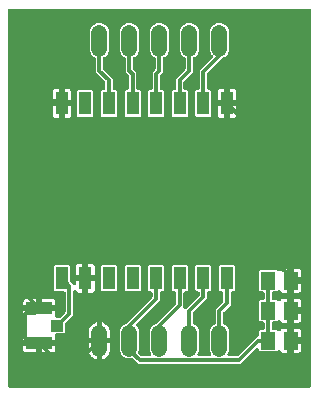
<source format=gbr>
G04 EAGLE Gerber RS-274X export*
G75*
%MOMM*%
%FSLAX34Y34*%
%LPD*%
%INTop Copper*%
%IPPOS*%
%AMOC8*
5,1,8,0,0,1.08239X$1,22.5*%
G01*
%ADD10R,1.300000X1.500000*%
%ADD11R,1.050000X1.000000*%
%ADD12R,2.200000X1.050000*%
%ADD13R,1.050000X1.950000*%
%ADD14C,1.320800*%
%ADD15C,0.304800*%

G36*
X266726Y379480D02*
X266726Y379480D01*
X266752Y379478D01*
X266899Y379500D01*
X267046Y379517D01*
X267071Y379525D01*
X267097Y379529D01*
X267235Y379584D01*
X267374Y379634D01*
X267396Y379648D01*
X267421Y379658D01*
X267542Y379743D01*
X267667Y379823D01*
X267685Y379842D01*
X267707Y379857D01*
X267806Y379967D01*
X267909Y380074D01*
X267923Y380096D01*
X267940Y380116D01*
X268012Y380246D01*
X268088Y380373D01*
X268096Y380398D01*
X268109Y380421D01*
X268149Y380564D01*
X268194Y380705D01*
X268196Y380731D01*
X268204Y380756D01*
X268223Y381000D01*
X268223Y698500D01*
X268220Y698526D01*
X268222Y698552D01*
X268200Y698699D01*
X268183Y698846D01*
X268175Y698871D01*
X268171Y698897D01*
X268116Y699035D01*
X268066Y699174D01*
X268052Y699196D01*
X268042Y699221D01*
X267957Y699342D01*
X267877Y699467D01*
X267858Y699485D01*
X267843Y699507D01*
X267733Y699606D01*
X267626Y699709D01*
X267604Y699723D01*
X267584Y699740D01*
X267454Y699812D01*
X267327Y699888D01*
X267302Y699896D01*
X267279Y699909D01*
X267136Y699949D01*
X266995Y699994D01*
X266969Y699996D01*
X266944Y700004D01*
X266700Y700023D01*
X12700Y700023D01*
X12674Y700020D01*
X12648Y700022D01*
X12501Y700000D01*
X12354Y699983D01*
X12329Y699975D01*
X12303Y699971D01*
X12165Y699916D01*
X12026Y699866D01*
X12004Y699852D01*
X11979Y699842D01*
X11858Y699757D01*
X11733Y699677D01*
X11715Y699658D01*
X11693Y699643D01*
X11594Y699533D01*
X11491Y699426D01*
X11477Y699404D01*
X11460Y699384D01*
X11388Y699254D01*
X11312Y699127D01*
X11304Y699102D01*
X11291Y699079D01*
X11251Y698936D01*
X11206Y698795D01*
X11204Y698769D01*
X11196Y698744D01*
X11177Y698500D01*
X11177Y381000D01*
X11180Y380974D01*
X11178Y380948D01*
X11200Y380801D01*
X11217Y380654D01*
X11225Y380629D01*
X11229Y380603D01*
X11284Y380465D01*
X11334Y380326D01*
X11348Y380304D01*
X11358Y380279D01*
X11443Y380158D01*
X11523Y380033D01*
X11542Y380015D01*
X11557Y379993D01*
X11667Y379894D01*
X11774Y379791D01*
X11796Y379777D01*
X11816Y379760D01*
X11946Y379688D01*
X12073Y379612D01*
X12098Y379604D01*
X12121Y379591D01*
X12264Y379551D01*
X12405Y379506D01*
X12431Y379504D01*
X12456Y379496D01*
X12700Y379477D01*
X266700Y379477D01*
X266726Y379480D01*
G37*
%LPC*%
G36*
X121739Y399795D02*
X121739Y399795D01*
X119507Y402027D01*
X117521Y404014D01*
X117461Y404061D01*
X117407Y404116D01*
X117325Y404169D01*
X117248Y404230D01*
X117179Y404263D01*
X117114Y404304D01*
X117022Y404337D01*
X116933Y404379D01*
X116858Y404395D01*
X116786Y404421D01*
X116688Y404432D01*
X116592Y404453D01*
X116516Y404451D01*
X116439Y404460D01*
X116342Y404448D01*
X116243Y404447D01*
X116169Y404428D01*
X116093Y404419D01*
X115951Y404373D01*
X115928Y404367D01*
X112683Y404367D01*
X109695Y405605D01*
X107409Y407891D01*
X106171Y410879D01*
X106171Y427321D01*
X107409Y430309D01*
X109695Y432595D01*
X111273Y433249D01*
X111275Y433250D01*
X111277Y433250D01*
X111427Y433334D01*
X111578Y433418D01*
X111579Y433419D01*
X111581Y433420D01*
X111767Y433579D01*
X133505Y455317D01*
X133584Y455416D01*
X133668Y455510D01*
X133692Y455552D01*
X133722Y455590D01*
X133776Y455704D01*
X133837Y455815D01*
X133850Y455861D01*
X133871Y455905D01*
X133897Y456028D01*
X133932Y456150D01*
X133937Y456211D01*
X133944Y456246D01*
X133943Y456294D01*
X133951Y456394D01*
X133951Y459302D01*
X133948Y459328D01*
X133950Y459354D01*
X133928Y459501D01*
X133911Y459648D01*
X133903Y459673D01*
X133899Y459699D01*
X133844Y459837D01*
X133794Y459976D01*
X133780Y459998D01*
X133770Y460023D01*
X133685Y460144D01*
X133605Y460269D01*
X133586Y460287D01*
X133571Y460309D01*
X133461Y460408D01*
X133354Y460511D01*
X133332Y460525D01*
X133312Y460542D01*
X133183Y460614D01*
X133055Y460690D01*
X133030Y460698D01*
X133007Y460711D01*
X132864Y460751D01*
X132723Y460796D01*
X132697Y460798D01*
X132672Y460806D01*
X132428Y460825D01*
X131118Y460825D01*
X130225Y461718D01*
X130225Y482482D01*
X131118Y483375D01*
X142882Y483375D01*
X143775Y482482D01*
X143775Y461718D01*
X142882Y460825D01*
X141572Y460825D01*
X141546Y460822D01*
X141520Y460824D01*
X141373Y460802D01*
X141226Y460785D01*
X141201Y460777D01*
X141175Y460773D01*
X141037Y460718D01*
X140898Y460668D01*
X140876Y460654D01*
X140851Y460644D01*
X140730Y460559D01*
X140605Y460479D01*
X140587Y460460D01*
X140565Y460445D01*
X140466Y460335D01*
X140363Y460228D01*
X140349Y460206D01*
X140332Y460186D01*
X140260Y460056D01*
X140184Y459929D01*
X140176Y459904D01*
X140163Y459881D01*
X140123Y459738D01*
X140078Y459597D01*
X140076Y459571D01*
X140068Y459546D01*
X140049Y459302D01*
X140049Y453237D01*
X120233Y433421D01*
X120216Y433401D01*
X120196Y433384D01*
X120108Y433264D01*
X120016Y433148D01*
X120005Y433125D01*
X119989Y433103D01*
X119931Y432967D01*
X119867Y432833D01*
X119862Y432807D01*
X119851Y432783D01*
X119825Y432637D01*
X119794Y432492D01*
X119794Y432466D01*
X119790Y432440D01*
X119797Y432292D01*
X119800Y432144D01*
X119806Y432119D01*
X119808Y432092D01*
X119849Y431950D01*
X119885Y431806D01*
X119897Y431783D01*
X119904Y431757D01*
X119976Y431628D01*
X120044Y431496D01*
X120061Y431476D01*
X120074Y431453D01*
X120233Y431267D01*
X121191Y430309D01*
X122429Y427321D01*
X122429Y410879D01*
X121896Y409592D01*
X121875Y409518D01*
X121844Y409448D01*
X121827Y409351D01*
X121800Y409257D01*
X121796Y409180D01*
X121783Y409105D01*
X121788Y409007D01*
X121783Y408909D01*
X121797Y408833D01*
X121801Y408757D01*
X121828Y408663D01*
X121845Y408566D01*
X121876Y408496D01*
X121897Y408422D01*
X121945Y408336D01*
X121984Y408246D01*
X122030Y408185D01*
X122067Y408118D01*
X122164Y408004D01*
X122192Y407966D01*
X122207Y407954D01*
X122226Y407932D01*
X123819Y406339D01*
X123918Y406260D01*
X124012Y406176D01*
X124054Y406152D01*
X124092Y406122D01*
X124206Y406068D01*
X124317Y406007D01*
X124363Y405994D01*
X124407Y405973D01*
X124530Y405947D01*
X124652Y405912D01*
X124713Y405907D01*
X124748Y405900D01*
X124796Y405901D01*
X124896Y405893D01*
X131357Y405893D01*
X131506Y405910D01*
X131656Y405922D01*
X131679Y405930D01*
X131703Y405933D01*
X131845Y405983D01*
X131988Y406029D01*
X132009Y406042D01*
X132031Y406050D01*
X132158Y406132D01*
X132286Y406209D01*
X132304Y406226D01*
X132324Y406239D01*
X132429Y406348D01*
X132536Y406452D01*
X132549Y406472D01*
X132566Y406490D01*
X132644Y406619D01*
X132725Y406745D01*
X132733Y406768D01*
X132745Y406789D01*
X132791Y406932D01*
X132841Y407074D01*
X132844Y407098D01*
X132851Y407121D01*
X132863Y407270D01*
X132880Y407420D01*
X132877Y407444D01*
X132879Y407468D01*
X132857Y407617D01*
X132839Y407766D01*
X132830Y407794D01*
X132828Y407813D01*
X132810Y407857D01*
X132764Y407999D01*
X131571Y410879D01*
X131571Y427321D01*
X132809Y430309D01*
X135095Y432595D01*
X136673Y433249D01*
X136675Y433250D01*
X136677Y433250D01*
X136827Y433334D01*
X136978Y433418D01*
X136979Y433419D01*
X136981Y433420D01*
X137167Y433579D01*
X153505Y449917D01*
X153584Y450016D01*
X153668Y450110D01*
X153692Y450152D01*
X153722Y450190D01*
X153776Y450304D01*
X153837Y450415D01*
X153850Y450461D01*
X153871Y450505D01*
X153897Y450628D01*
X153932Y450750D01*
X153937Y450811D01*
X153944Y450846D01*
X153943Y450894D01*
X153951Y450994D01*
X153951Y459302D01*
X153948Y459328D01*
X153950Y459354D01*
X153928Y459501D01*
X153911Y459648D01*
X153903Y459673D01*
X153899Y459699D01*
X153844Y459837D01*
X153794Y459976D01*
X153780Y459998D01*
X153770Y460023D01*
X153685Y460144D01*
X153605Y460269D01*
X153586Y460287D01*
X153571Y460309D01*
X153461Y460408D01*
X153354Y460511D01*
X153332Y460525D01*
X153312Y460542D01*
X153183Y460614D01*
X153055Y460690D01*
X153030Y460698D01*
X153007Y460711D01*
X152864Y460751D01*
X152723Y460796D01*
X152697Y460798D01*
X152672Y460806D01*
X152428Y460825D01*
X151118Y460825D01*
X150225Y461718D01*
X150225Y482482D01*
X151118Y483375D01*
X162882Y483375D01*
X163775Y482482D01*
X163775Y461718D01*
X162882Y460825D01*
X161572Y460825D01*
X161546Y460822D01*
X161520Y460824D01*
X161373Y460802D01*
X161226Y460785D01*
X161201Y460777D01*
X161175Y460773D01*
X161037Y460718D01*
X160898Y460668D01*
X160876Y460654D01*
X160851Y460644D01*
X160730Y460559D01*
X160605Y460479D01*
X160587Y460460D01*
X160565Y460445D01*
X160466Y460335D01*
X160363Y460228D01*
X160349Y460206D01*
X160332Y460186D01*
X160260Y460056D01*
X160184Y459929D01*
X160176Y459904D01*
X160163Y459881D01*
X160123Y459738D01*
X160078Y459597D01*
X160076Y459571D01*
X160068Y459546D01*
X160049Y459302D01*
X160049Y447438D01*
X160060Y447338D01*
X160062Y447238D01*
X160080Y447165D01*
X160089Y447092D01*
X160122Y446997D01*
X160147Y446900D01*
X160181Y446833D01*
X160206Y446763D01*
X160261Y446679D01*
X160307Y446590D01*
X160355Y446533D01*
X160395Y446471D01*
X160467Y446401D01*
X160532Y446324D01*
X160592Y446280D01*
X160646Y446228D01*
X160732Y446177D01*
X160813Y446117D01*
X160881Y446088D01*
X160945Y446050D01*
X161041Y446019D01*
X161133Y445979D01*
X161206Y445966D01*
X161277Y445943D01*
X161377Y445935D01*
X161476Y445918D01*
X161550Y445921D01*
X161624Y445915D01*
X161724Y445930D01*
X161824Y445935D01*
X161895Y445956D01*
X161969Y445967D01*
X162062Y446004D01*
X162159Y446032D01*
X162224Y446068D01*
X162293Y446096D01*
X162375Y446153D01*
X162463Y446202D01*
X162539Y446267D01*
X162579Y446295D01*
X162603Y446321D01*
X162649Y446361D01*
X164283Y447995D01*
X173505Y457217D01*
X173584Y457316D01*
X173668Y457410D01*
X173692Y457452D01*
X173722Y457490D01*
X173776Y457604D01*
X173837Y457715D01*
X173850Y457761D01*
X173871Y457805D01*
X173897Y457928D01*
X173932Y458050D01*
X173937Y458111D01*
X173944Y458146D01*
X173943Y458194D01*
X173951Y458294D01*
X173951Y459302D01*
X173948Y459328D01*
X173950Y459354D01*
X173928Y459501D01*
X173911Y459648D01*
X173903Y459673D01*
X173899Y459699D01*
X173844Y459837D01*
X173794Y459976D01*
X173780Y459998D01*
X173770Y460023D01*
X173685Y460144D01*
X173605Y460269D01*
X173586Y460287D01*
X173571Y460309D01*
X173461Y460408D01*
X173354Y460511D01*
X173332Y460525D01*
X173312Y460542D01*
X173183Y460614D01*
X173055Y460690D01*
X173030Y460698D01*
X173007Y460711D01*
X172864Y460751D01*
X172723Y460796D01*
X172697Y460798D01*
X172672Y460806D01*
X172428Y460825D01*
X171118Y460825D01*
X170225Y461718D01*
X170225Y482482D01*
X171118Y483375D01*
X182882Y483375D01*
X183775Y482482D01*
X183775Y461718D01*
X182882Y460825D01*
X181572Y460825D01*
X181546Y460822D01*
X181520Y460824D01*
X181373Y460802D01*
X181226Y460785D01*
X181201Y460777D01*
X181175Y460773D01*
X181037Y460718D01*
X180898Y460668D01*
X180876Y460654D01*
X180851Y460644D01*
X180730Y460559D01*
X180605Y460479D01*
X180587Y460460D01*
X180565Y460445D01*
X180466Y460335D01*
X180363Y460228D01*
X180349Y460206D01*
X180332Y460186D01*
X180260Y460056D01*
X180184Y459929D01*
X180176Y459904D01*
X180163Y459881D01*
X180123Y459738D01*
X180078Y459597D01*
X180076Y459571D01*
X180068Y459546D01*
X180049Y459302D01*
X180049Y455137D01*
X168595Y443683D01*
X168516Y443584D01*
X168432Y443490D01*
X168408Y443448D01*
X168378Y443410D01*
X168324Y443296D01*
X168263Y443185D01*
X168250Y443139D01*
X168229Y443095D01*
X168203Y442972D01*
X168168Y442850D01*
X168163Y442789D01*
X168156Y442754D01*
X168157Y442706D01*
X168149Y442606D01*
X168149Y434257D01*
X168157Y434182D01*
X168156Y434105D01*
X168177Y434009D01*
X168189Y433911D01*
X168214Y433839D01*
X168231Y433765D01*
X168273Y433676D01*
X168306Y433583D01*
X168348Y433519D01*
X168380Y433450D01*
X168442Y433373D01*
X168495Y433290D01*
X168550Y433237D01*
X168598Y433177D01*
X168675Y433117D01*
X168746Y433048D01*
X168811Y433009D01*
X168871Y432962D01*
X169005Y432893D01*
X169045Y432869D01*
X169063Y432864D01*
X169089Y432850D01*
X169705Y432595D01*
X171991Y430309D01*
X173229Y427321D01*
X173229Y410879D01*
X172036Y407999D01*
X171994Y407854D01*
X171949Y407711D01*
X171947Y407687D01*
X171940Y407664D01*
X171933Y407513D01*
X171921Y407364D01*
X171924Y407340D01*
X171923Y407316D01*
X171950Y407168D01*
X171972Y407019D01*
X171981Y406997D01*
X171986Y406973D01*
X172046Y406835D01*
X172101Y406695D01*
X172115Y406675D01*
X172125Y406653D01*
X172214Y406532D01*
X172300Y406409D01*
X172318Y406393D01*
X172332Y406373D01*
X172447Y406276D01*
X172559Y406176D01*
X172580Y406164D01*
X172598Y406148D01*
X172732Y406080D01*
X172864Y406007D01*
X172887Y406001D01*
X172909Y405990D01*
X173054Y405953D01*
X173199Y405912D01*
X173228Y405910D01*
X173247Y405905D01*
X173294Y405905D01*
X173443Y405893D01*
X182157Y405893D01*
X182306Y405910D01*
X182456Y405922D01*
X182479Y405930D01*
X182503Y405933D01*
X182645Y405983D01*
X182788Y406029D01*
X182809Y406042D01*
X182831Y406050D01*
X182958Y406132D01*
X183086Y406209D01*
X183104Y406226D01*
X183124Y406239D01*
X183229Y406348D01*
X183336Y406452D01*
X183349Y406472D01*
X183366Y406490D01*
X183444Y406619D01*
X183525Y406745D01*
X183533Y406768D01*
X183545Y406789D01*
X183591Y406932D01*
X183641Y407074D01*
X183644Y407098D01*
X183651Y407121D01*
X183663Y407270D01*
X183680Y407420D01*
X183677Y407444D01*
X183679Y407468D01*
X183657Y407617D01*
X183639Y407766D01*
X183630Y407794D01*
X183628Y407813D01*
X183610Y407857D01*
X183564Y407999D01*
X182371Y410879D01*
X182371Y427321D01*
X183609Y430309D01*
X185895Y432595D01*
X186511Y432850D01*
X186578Y432887D01*
X186649Y432916D01*
X186729Y432972D01*
X186816Y433019D01*
X186872Y433071D01*
X186935Y433114D01*
X187001Y433187D01*
X187074Y433254D01*
X187117Y433317D01*
X187168Y433373D01*
X187216Y433459D01*
X187272Y433540D01*
X187300Y433611D01*
X187337Y433678D01*
X187364Y433773D01*
X187400Y433865D01*
X187411Y433940D01*
X187432Y434014D01*
X187444Y434163D01*
X187451Y434209D01*
X187449Y434228D01*
X187451Y434257D01*
X187451Y445763D01*
X193505Y451817D01*
X193584Y451916D01*
X193668Y452010D01*
X193692Y452052D01*
X193722Y452090D01*
X193776Y452204D01*
X193837Y452315D01*
X193850Y452361D01*
X193871Y452405D01*
X193897Y452528D01*
X193932Y452650D01*
X193937Y452711D01*
X193944Y452746D01*
X193943Y452794D01*
X193951Y452894D01*
X193951Y459302D01*
X193948Y459328D01*
X193950Y459354D01*
X193928Y459501D01*
X193911Y459648D01*
X193903Y459673D01*
X193899Y459699D01*
X193844Y459837D01*
X193794Y459976D01*
X193780Y459998D01*
X193770Y460023D01*
X193685Y460144D01*
X193605Y460269D01*
X193586Y460287D01*
X193571Y460309D01*
X193461Y460408D01*
X193354Y460511D01*
X193332Y460525D01*
X193312Y460542D01*
X193183Y460614D01*
X193055Y460690D01*
X193030Y460698D01*
X193007Y460711D01*
X192864Y460751D01*
X192723Y460796D01*
X192697Y460798D01*
X192672Y460806D01*
X192428Y460825D01*
X191118Y460825D01*
X190225Y461718D01*
X190225Y482482D01*
X191118Y483375D01*
X202882Y483375D01*
X203775Y482482D01*
X203775Y461718D01*
X202882Y460825D01*
X201572Y460825D01*
X201546Y460822D01*
X201520Y460824D01*
X201373Y460802D01*
X201226Y460785D01*
X201201Y460777D01*
X201175Y460773D01*
X201037Y460718D01*
X200898Y460668D01*
X200876Y460654D01*
X200851Y460644D01*
X200730Y460559D01*
X200605Y460479D01*
X200587Y460460D01*
X200565Y460445D01*
X200466Y460335D01*
X200363Y460228D01*
X200349Y460206D01*
X200332Y460186D01*
X200260Y460056D01*
X200184Y459929D01*
X200176Y459904D01*
X200163Y459881D01*
X200123Y459738D01*
X200078Y459597D01*
X200076Y459571D01*
X200068Y459546D01*
X200049Y459302D01*
X200049Y449737D01*
X193995Y443683D01*
X193916Y443584D01*
X193832Y443490D01*
X193808Y443448D01*
X193778Y443410D01*
X193724Y443296D01*
X193663Y443185D01*
X193650Y443139D01*
X193629Y443095D01*
X193603Y442972D01*
X193568Y442850D01*
X193563Y442789D01*
X193556Y442754D01*
X193557Y442706D01*
X193549Y442606D01*
X193549Y434257D01*
X193557Y434182D01*
X193556Y434105D01*
X193577Y434009D01*
X193589Y433911D01*
X193614Y433839D01*
X193631Y433765D01*
X193673Y433676D01*
X193706Y433583D01*
X193748Y433519D01*
X193780Y433450D01*
X193842Y433373D01*
X193895Y433290D01*
X193950Y433237D01*
X193998Y433177D01*
X194075Y433117D01*
X194146Y433048D01*
X194211Y433009D01*
X194271Y432962D01*
X194405Y432893D01*
X194445Y432869D01*
X194463Y432864D01*
X194489Y432850D01*
X195105Y432595D01*
X197391Y430309D01*
X198629Y427321D01*
X198629Y410879D01*
X197436Y407999D01*
X197394Y407854D01*
X197349Y407711D01*
X197347Y407687D01*
X197340Y407664D01*
X197333Y407513D01*
X197321Y407364D01*
X197324Y407340D01*
X197323Y407316D01*
X197350Y407168D01*
X197372Y407019D01*
X197381Y406997D01*
X197386Y406973D01*
X197446Y406835D01*
X197501Y406695D01*
X197515Y406675D01*
X197525Y406653D01*
X197614Y406532D01*
X197700Y406409D01*
X197718Y406393D01*
X197732Y406373D01*
X197847Y406276D01*
X197959Y406176D01*
X197980Y406164D01*
X197998Y406148D01*
X198132Y406080D01*
X198264Y406007D01*
X198287Y406001D01*
X198309Y405990D01*
X198454Y405953D01*
X198599Y405912D01*
X198628Y405910D01*
X198647Y405905D01*
X198694Y405905D01*
X198843Y405893D01*
X205304Y405893D01*
X205430Y405907D01*
X205556Y405914D01*
X205602Y405927D01*
X205650Y405933D01*
X205769Y405975D01*
X205891Y406010D01*
X205933Y406034D01*
X205979Y406050D01*
X206085Y406119D01*
X206195Y406180D01*
X206241Y406220D01*
X206271Y406239D01*
X206305Y406274D01*
X206381Y406339D01*
X222191Y422149D01*
X222252Y422149D01*
X222278Y422152D01*
X222304Y422150D01*
X222451Y422172D01*
X222598Y422189D01*
X222623Y422197D01*
X222649Y422201D01*
X222787Y422256D01*
X222926Y422306D01*
X222948Y422320D01*
X222973Y422330D01*
X223094Y422415D01*
X223219Y422495D01*
X223237Y422514D01*
X223259Y422529D01*
X223358Y422639D01*
X223461Y422746D01*
X223475Y422768D01*
X223492Y422788D01*
X223564Y422918D01*
X223640Y423045D01*
X223648Y423070D01*
X223661Y423093D01*
X223701Y423236D01*
X223746Y423377D01*
X223748Y423403D01*
X223756Y423428D01*
X223775Y423672D01*
X223775Y427232D01*
X224668Y428125D01*
X227228Y428125D01*
X227254Y428128D01*
X227280Y428126D01*
X227427Y428148D01*
X227574Y428165D01*
X227599Y428173D01*
X227625Y428177D01*
X227763Y428232D01*
X227902Y428282D01*
X227924Y428296D01*
X227949Y428306D01*
X228070Y428391D01*
X228195Y428471D01*
X228213Y428490D01*
X228235Y428505D01*
X228334Y428615D01*
X228437Y428722D01*
X228451Y428744D01*
X228468Y428764D01*
X228540Y428894D01*
X228616Y429021D01*
X228624Y429046D01*
X228637Y429069D01*
X228677Y429212D01*
X228722Y429353D01*
X228724Y429379D01*
X228732Y429404D01*
X228751Y429648D01*
X228751Y433952D01*
X228748Y433978D01*
X228750Y434004D01*
X228728Y434151D01*
X228711Y434298D01*
X228703Y434323D01*
X228699Y434349D01*
X228644Y434487D01*
X228594Y434626D01*
X228580Y434648D01*
X228570Y434673D01*
X228485Y434794D01*
X228405Y434919D01*
X228386Y434937D01*
X228371Y434959D01*
X228261Y435058D01*
X228154Y435161D01*
X228132Y435175D01*
X228112Y435192D01*
X227983Y435264D01*
X227855Y435340D01*
X227830Y435348D01*
X227807Y435361D01*
X227664Y435401D01*
X227523Y435446D01*
X227497Y435448D01*
X227472Y435456D01*
X227228Y435475D01*
X224668Y435475D01*
X223775Y436368D01*
X223775Y452632D01*
X224668Y453525D01*
X227228Y453525D01*
X227254Y453528D01*
X227280Y453526D01*
X227427Y453548D01*
X227574Y453565D01*
X227599Y453573D01*
X227625Y453577D01*
X227763Y453632D01*
X227902Y453682D01*
X227924Y453696D01*
X227949Y453706D01*
X228070Y453791D01*
X228195Y453871D01*
X228213Y453890D01*
X228235Y453905D01*
X228334Y454015D01*
X228437Y454122D01*
X228451Y454144D01*
X228468Y454164D01*
X228540Y454294D01*
X228616Y454421D01*
X228624Y454446D01*
X228637Y454469D01*
X228677Y454612D01*
X228722Y454753D01*
X228724Y454779D01*
X228732Y454804D01*
X228751Y455048D01*
X228751Y459352D01*
X228748Y459378D01*
X228750Y459404D01*
X228728Y459551D01*
X228711Y459698D01*
X228703Y459723D01*
X228699Y459749D01*
X228644Y459887D01*
X228594Y460026D01*
X228580Y460048D01*
X228570Y460073D01*
X228485Y460194D01*
X228405Y460319D01*
X228386Y460337D01*
X228371Y460359D01*
X228261Y460458D01*
X228154Y460561D01*
X228132Y460575D01*
X228112Y460592D01*
X227983Y460664D01*
X227855Y460740D01*
X227830Y460748D01*
X227807Y460761D01*
X227664Y460801D01*
X227523Y460846D01*
X227497Y460848D01*
X227472Y460856D01*
X227228Y460875D01*
X224668Y460875D01*
X223775Y461768D01*
X223775Y478032D01*
X224668Y478925D01*
X238932Y478925D01*
X239629Y478227D01*
X239670Y478195D01*
X239704Y478157D01*
X239805Y478087D01*
X239902Y478010D01*
X239949Y477988D01*
X239991Y477959D01*
X240106Y477914D01*
X240218Y477861D01*
X240267Y477851D01*
X240315Y477832D01*
X240437Y477814D01*
X240558Y477788D01*
X240609Y477789D01*
X240660Y477781D01*
X240783Y477792D01*
X240907Y477794D01*
X240956Y477806D01*
X241007Y477811D01*
X241125Y477849D01*
X241245Y477879D01*
X241290Y477902D01*
X241339Y477918D01*
X241445Y477982D01*
X241554Y478039D01*
X241593Y478072D01*
X241637Y478098D01*
X241726Y478184D01*
X241820Y478264D01*
X241850Y478305D01*
X241887Y478341D01*
X242026Y478542D01*
X242267Y478960D01*
X242740Y479433D01*
X243319Y479768D01*
X243965Y479941D01*
X247753Y479941D01*
X247753Y471424D01*
X247756Y471398D01*
X247754Y471372D01*
X247776Y471225D01*
X247793Y471078D01*
X247801Y471053D01*
X247805Y471027D01*
X247860Y470889D01*
X247910Y470750D01*
X247924Y470728D01*
X247934Y470703D01*
X248019Y470582D01*
X248099Y470457D01*
X248118Y470439D01*
X248133Y470417D01*
X248243Y470318D01*
X248350Y470215D01*
X248372Y470201D01*
X248392Y470184D01*
X248522Y470112D01*
X248649Y470036D01*
X248674Y470028D01*
X248697Y470015D01*
X248840Y469975D01*
X248981Y469930D01*
X249007Y469928D01*
X249032Y469920D01*
X249276Y469901D01*
X250801Y469901D01*
X250801Y469899D01*
X249276Y469899D01*
X249250Y469896D01*
X249224Y469898D01*
X249077Y469876D01*
X248930Y469859D01*
X248905Y469850D01*
X248879Y469847D01*
X248741Y469792D01*
X248602Y469742D01*
X248580Y469728D01*
X248555Y469718D01*
X248433Y469633D01*
X248309Y469553D01*
X248291Y469534D01*
X248269Y469519D01*
X248170Y469409D01*
X248067Y469302D01*
X248053Y469280D01*
X248036Y469260D01*
X247964Y469130D01*
X247888Y469003D01*
X247880Y468978D01*
X247867Y468955D01*
X247827Y468812D01*
X247782Y468671D01*
X247780Y468645D01*
X247772Y468620D01*
X247753Y468376D01*
X247753Y459859D01*
X243965Y459859D01*
X243319Y460032D01*
X242740Y460367D01*
X242267Y460840D01*
X242026Y461258D01*
X241995Y461299D01*
X241972Y461344D01*
X241892Y461438D01*
X241818Y461538D01*
X241779Y461571D01*
X241746Y461609D01*
X241647Y461683D01*
X241552Y461763D01*
X241507Y461786D01*
X241466Y461817D01*
X241352Y461866D01*
X241242Y461922D01*
X241193Y461934D01*
X241146Y461955D01*
X241024Y461976D01*
X240904Y462006D01*
X240853Y462007D01*
X240803Y462016D01*
X240679Y462010D01*
X240556Y462012D01*
X240506Y462001D01*
X240455Y461998D01*
X240336Y461964D01*
X240215Y461938D01*
X240169Y461916D01*
X240120Y461902D01*
X240012Y461841D01*
X239900Y461788D01*
X239860Y461757D01*
X239816Y461732D01*
X239629Y461573D01*
X238932Y460875D01*
X236372Y460875D01*
X236346Y460872D01*
X236320Y460874D01*
X236173Y460852D01*
X236026Y460835D01*
X236001Y460827D01*
X235975Y460823D01*
X235837Y460768D01*
X235698Y460718D01*
X235676Y460704D01*
X235651Y460694D01*
X235530Y460609D01*
X235405Y460529D01*
X235387Y460510D01*
X235365Y460495D01*
X235266Y460385D01*
X235163Y460278D01*
X235149Y460256D01*
X235132Y460236D01*
X235060Y460106D01*
X234984Y459979D01*
X234976Y459954D01*
X234963Y459931D01*
X234923Y459788D01*
X234878Y459647D01*
X234876Y459621D01*
X234868Y459596D01*
X234849Y459352D01*
X234849Y455048D01*
X234852Y455022D01*
X234850Y454996D01*
X234872Y454849D01*
X234889Y454702D01*
X234897Y454677D01*
X234901Y454651D01*
X234956Y454513D01*
X235006Y454374D01*
X235020Y454352D01*
X235030Y454327D01*
X235115Y454206D01*
X235195Y454081D01*
X235214Y454063D01*
X235229Y454041D01*
X235339Y453942D01*
X235446Y453839D01*
X235468Y453825D01*
X235488Y453808D01*
X235618Y453736D01*
X235745Y453660D01*
X235770Y453652D01*
X235793Y453639D01*
X235936Y453599D01*
X236077Y453554D01*
X236103Y453552D01*
X236128Y453544D01*
X236372Y453525D01*
X238932Y453525D01*
X239629Y452827D01*
X239670Y452795D01*
X239704Y452757D01*
X239805Y452687D01*
X239902Y452610D01*
X239949Y452588D01*
X239991Y452559D01*
X240106Y452514D01*
X240218Y452461D01*
X240267Y452451D01*
X240315Y452432D01*
X240437Y452414D01*
X240558Y452388D01*
X240609Y452389D01*
X240660Y452381D01*
X240783Y452392D01*
X240907Y452394D01*
X240956Y452406D01*
X241007Y452411D01*
X241125Y452449D01*
X241245Y452479D01*
X241290Y452502D01*
X241339Y452518D01*
X241445Y452582D01*
X241554Y452639D01*
X241593Y452672D01*
X241637Y452698D01*
X241726Y452784D01*
X241820Y452864D01*
X241850Y452905D01*
X241887Y452941D01*
X242026Y453142D01*
X242267Y453560D01*
X242740Y454033D01*
X243319Y454368D01*
X243965Y454541D01*
X247753Y454541D01*
X247753Y446024D01*
X247756Y445998D01*
X247754Y445972D01*
X247776Y445825D01*
X247793Y445678D01*
X247801Y445653D01*
X247805Y445627D01*
X247860Y445489D01*
X247910Y445350D01*
X247924Y445328D01*
X247934Y445303D01*
X248019Y445182D01*
X248099Y445057D01*
X248118Y445039D01*
X248133Y445017D01*
X248243Y444918D01*
X248350Y444815D01*
X248372Y444801D01*
X248392Y444784D01*
X248522Y444712D01*
X248649Y444636D01*
X248674Y444628D01*
X248697Y444615D01*
X248840Y444575D01*
X248981Y444530D01*
X249007Y444528D01*
X249032Y444520D01*
X249276Y444501D01*
X250801Y444501D01*
X250801Y444499D01*
X249276Y444499D01*
X249250Y444496D01*
X249224Y444498D01*
X249077Y444476D01*
X248930Y444459D01*
X248905Y444450D01*
X248879Y444447D01*
X248741Y444392D01*
X248602Y444342D01*
X248580Y444328D01*
X248555Y444318D01*
X248434Y444233D01*
X248309Y444153D01*
X248291Y444134D01*
X248269Y444119D01*
X248170Y444009D01*
X248067Y443902D01*
X248053Y443880D01*
X248036Y443860D01*
X247964Y443730D01*
X247888Y443603D01*
X247880Y443578D01*
X247867Y443555D01*
X247827Y443412D01*
X247782Y443271D01*
X247780Y443245D01*
X247772Y443220D01*
X247753Y442976D01*
X247753Y434459D01*
X243965Y434459D01*
X243319Y434632D01*
X242740Y434967D01*
X242267Y435440D01*
X242026Y435858D01*
X241995Y435899D01*
X241972Y435944D01*
X241892Y436038D01*
X241818Y436138D01*
X241779Y436171D01*
X241746Y436209D01*
X241647Y436283D01*
X241552Y436363D01*
X241507Y436386D01*
X241466Y436417D01*
X241352Y436466D01*
X241242Y436522D01*
X241193Y436534D01*
X241146Y436555D01*
X241024Y436576D01*
X240904Y436606D01*
X240853Y436607D01*
X240803Y436616D01*
X240679Y436610D01*
X240556Y436612D01*
X240506Y436601D01*
X240455Y436598D01*
X240336Y436564D01*
X240215Y436538D01*
X240169Y436516D01*
X240120Y436502D01*
X240012Y436441D01*
X239900Y436388D01*
X239860Y436357D01*
X239816Y436332D01*
X239629Y436173D01*
X238932Y435475D01*
X236372Y435475D01*
X236346Y435472D01*
X236320Y435474D01*
X236173Y435452D01*
X236026Y435435D01*
X236001Y435427D01*
X235975Y435423D01*
X235837Y435368D01*
X235698Y435318D01*
X235676Y435304D01*
X235651Y435294D01*
X235530Y435209D01*
X235405Y435129D01*
X235387Y435110D01*
X235365Y435095D01*
X235266Y434985D01*
X235163Y434878D01*
X235149Y434856D01*
X235132Y434836D01*
X235060Y434706D01*
X234984Y434579D01*
X234976Y434554D01*
X234963Y434531D01*
X234923Y434388D01*
X234878Y434247D01*
X234876Y434221D01*
X234868Y434196D01*
X234849Y433952D01*
X234849Y429648D01*
X234852Y429622D01*
X234850Y429596D01*
X234872Y429449D01*
X234889Y429302D01*
X234897Y429277D01*
X234901Y429251D01*
X234956Y429113D01*
X235006Y428974D01*
X235020Y428952D01*
X235030Y428927D01*
X235115Y428806D01*
X235195Y428681D01*
X235214Y428663D01*
X235229Y428641D01*
X235339Y428542D01*
X235446Y428439D01*
X235468Y428425D01*
X235488Y428408D01*
X235618Y428336D01*
X235745Y428260D01*
X235770Y428252D01*
X235793Y428239D01*
X235936Y428199D01*
X236077Y428154D01*
X236103Y428152D01*
X236128Y428144D01*
X236372Y428125D01*
X238932Y428125D01*
X239629Y427427D01*
X239670Y427395D01*
X239704Y427357D01*
X239805Y427287D01*
X239902Y427210D01*
X239949Y427188D01*
X239991Y427159D01*
X240106Y427114D01*
X240218Y427061D01*
X240267Y427051D01*
X240315Y427032D01*
X240437Y427014D01*
X240558Y426988D01*
X240609Y426989D01*
X240660Y426981D01*
X240783Y426992D01*
X240907Y426994D01*
X240956Y427006D01*
X241007Y427011D01*
X241125Y427049D01*
X241245Y427079D01*
X241290Y427102D01*
X241339Y427118D01*
X241445Y427182D01*
X241554Y427239D01*
X241593Y427272D01*
X241637Y427298D01*
X241726Y427384D01*
X241820Y427464D01*
X241850Y427505D01*
X241887Y427541D01*
X242026Y427742D01*
X242267Y428160D01*
X242740Y428633D01*
X243319Y428968D01*
X243965Y429141D01*
X247753Y429141D01*
X247753Y420624D01*
X247756Y420598D01*
X247754Y420572D01*
X247776Y420425D01*
X247793Y420278D01*
X247801Y420253D01*
X247805Y420227D01*
X247860Y420089D01*
X247910Y419950D01*
X247924Y419928D01*
X247934Y419903D01*
X248019Y419782D01*
X248099Y419657D01*
X248118Y419639D01*
X248133Y419617D01*
X248243Y419518D01*
X248350Y419415D01*
X248372Y419401D01*
X248392Y419384D01*
X248522Y419312D01*
X248649Y419236D01*
X248674Y419228D01*
X248697Y419215D01*
X248840Y419175D01*
X248981Y419130D01*
X249007Y419128D01*
X249032Y419120D01*
X249276Y419101D01*
X250801Y419101D01*
X250801Y419099D01*
X249276Y419099D01*
X249250Y419096D01*
X249224Y419098D01*
X249077Y419076D01*
X248930Y419059D01*
X248905Y419050D01*
X248879Y419047D01*
X248741Y418992D01*
X248602Y418942D01*
X248580Y418928D01*
X248555Y418918D01*
X248434Y418833D01*
X248309Y418753D01*
X248291Y418734D01*
X248269Y418719D01*
X248170Y418609D01*
X248067Y418502D01*
X248053Y418480D01*
X248036Y418460D01*
X247964Y418330D01*
X247888Y418203D01*
X247880Y418178D01*
X247867Y418155D01*
X247827Y418012D01*
X247782Y417871D01*
X247780Y417845D01*
X247772Y417820D01*
X247753Y417576D01*
X247753Y409059D01*
X243965Y409059D01*
X243319Y409232D01*
X242740Y409567D01*
X242267Y410040D01*
X242026Y410458D01*
X241995Y410499D01*
X241972Y410544D01*
X241892Y410638D01*
X241818Y410738D01*
X241779Y410771D01*
X241746Y410809D01*
X241647Y410883D01*
X241552Y410963D01*
X241507Y410986D01*
X241466Y411017D01*
X241352Y411066D01*
X241242Y411122D01*
X241193Y411134D01*
X241146Y411155D01*
X241024Y411176D01*
X240904Y411206D01*
X240853Y411207D01*
X240803Y411216D01*
X240679Y411210D01*
X240556Y411212D01*
X240506Y411201D01*
X240455Y411198D01*
X240336Y411164D01*
X240215Y411138D01*
X240169Y411116D01*
X240120Y411102D01*
X240012Y411041D01*
X239900Y410988D01*
X239860Y410957D01*
X239816Y410932D01*
X239629Y410773D01*
X238932Y410075D01*
X224668Y410075D01*
X223775Y410968D01*
X223775Y411432D01*
X223764Y411532D01*
X223762Y411632D01*
X223744Y411705D01*
X223735Y411778D01*
X223702Y411873D01*
X223677Y411970D01*
X223643Y412037D01*
X223618Y412107D01*
X223563Y412191D01*
X223517Y412280D01*
X223469Y412337D01*
X223429Y412399D01*
X223357Y412469D01*
X223292Y412546D01*
X223232Y412590D01*
X223178Y412642D01*
X223092Y412693D01*
X223011Y412753D01*
X222943Y412782D01*
X222879Y412820D01*
X222783Y412851D01*
X222691Y412891D01*
X222618Y412904D01*
X222547Y412927D01*
X222447Y412935D01*
X222348Y412952D01*
X222274Y412949D01*
X222200Y412955D01*
X222100Y412940D01*
X222000Y412935D01*
X221929Y412914D01*
X221855Y412903D01*
X221762Y412866D01*
X221665Y412838D01*
X221600Y412802D01*
X221531Y412774D01*
X221449Y412717D01*
X221361Y412668D01*
X221285Y412603D01*
X221245Y412575D01*
X221221Y412549D01*
X221175Y412509D01*
X210693Y402027D01*
X208461Y399795D01*
X121739Y399795D01*
G37*
%LPD*%
%LPC*%
G36*
X38032Y419257D02*
X38032Y419257D01*
X37925Y419360D01*
X37902Y419374D01*
X37883Y419391D01*
X37753Y419463D01*
X37626Y419539D01*
X37601Y419547D01*
X37578Y419560D01*
X37435Y419600D01*
X37294Y419645D01*
X37268Y419647D01*
X37243Y419655D01*
X36999Y419674D01*
X24559Y419674D01*
X24559Y422635D01*
X24732Y423281D01*
X25067Y423860D01*
X25540Y424333D01*
X26223Y424728D01*
X26294Y424755D01*
X26295Y424756D01*
X26297Y424757D01*
X26429Y424849D01*
X26580Y424954D01*
X26582Y424955D01*
X26583Y424956D01*
X26693Y425078D01*
X26814Y425212D01*
X26815Y425214D01*
X26816Y425215D01*
X26901Y425369D01*
X26984Y425517D01*
X26984Y425518D01*
X26985Y425520D01*
X27033Y425691D01*
X27079Y425852D01*
X27079Y425853D01*
X27080Y425855D01*
X27099Y426099D01*
X27099Y437501D01*
X27099Y437503D01*
X27099Y437504D01*
X27079Y437680D01*
X27059Y437847D01*
X27059Y437849D01*
X27059Y437850D01*
X27004Y438003D01*
X26942Y438175D01*
X26941Y438177D01*
X26940Y438178D01*
X26850Y438318D01*
X26753Y438468D01*
X26752Y438469D01*
X26751Y438471D01*
X26632Y438585D01*
X26502Y438710D01*
X26501Y438711D01*
X26500Y438712D01*
X26357Y438797D01*
X26203Y438889D01*
X26201Y438890D01*
X26200Y438891D01*
X26179Y438898D01*
X25540Y439267D01*
X25067Y439740D01*
X24732Y440319D01*
X24559Y440965D01*
X24559Y443926D01*
X36999Y443926D01*
X37025Y443929D01*
X37051Y443927D01*
X37198Y443949D01*
X37345Y443966D01*
X37370Y443974D01*
X37396Y443978D01*
X37533Y444033D01*
X37673Y444083D01*
X37695Y444097D01*
X37720Y444107D01*
X37841Y444192D01*
X37966Y444272D01*
X37984Y444291D01*
X38006Y444306D01*
X38097Y444407D01*
X38168Y444343D01*
X38275Y444240D01*
X38298Y444226D01*
X38317Y444209D01*
X38447Y444137D01*
X38574Y444061D01*
X38599Y444053D01*
X38622Y444040D01*
X38765Y444000D01*
X38906Y443955D01*
X38932Y443952D01*
X38957Y443945D01*
X39201Y443926D01*
X51641Y443926D01*
X51641Y440965D01*
X51447Y440242D01*
X51439Y440192D01*
X51424Y440143D01*
X51414Y440020D01*
X51396Y439897D01*
X51400Y439847D01*
X51396Y439796D01*
X51414Y439673D01*
X51424Y439550D01*
X51440Y439502D01*
X51448Y439451D01*
X51493Y439336D01*
X51531Y439218D01*
X51557Y439175D01*
X51576Y439127D01*
X51647Y439026D01*
X51711Y438920D01*
X51746Y438883D01*
X51775Y438841D01*
X51867Y438758D01*
X51953Y438669D01*
X51996Y438642D01*
X52034Y438608D01*
X52142Y438548D01*
X52246Y438481D01*
X52294Y438464D01*
X52339Y438439D01*
X52458Y438405D01*
X52575Y438364D01*
X52625Y438358D01*
X52675Y438344D01*
X52918Y438325D01*
X54932Y438325D01*
X55058Y438339D01*
X55184Y438346D01*
X55230Y438359D01*
X55278Y438365D01*
X55397Y438407D01*
X55519Y438442D01*
X55561Y438466D01*
X55607Y438482D01*
X55713Y438551D01*
X55823Y438612D01*
X55869Y438652D01*
X55899Y438671D01*
X55933Y438706D01*
X56009Y438771D01*
X60005Y442767D01*
X60084Y442866D01*
X60168Y442960D01*
X60192Y443002D01*
X60222Y443040D01*
X60276Y443154D01*
X60337Y443265D01*
X60350Y443311D01*
X60371Y443355D01*
X60397Y443478D01*
X60432Y443600D01*
X60437Y443661D01*
X60444Y443696D01*
X60443Y443744D01*
X60451Y443844D01*
X60451Y459302D01*
X60448Y459328D01*
X60450Y459354D01*
X60428Y459501D01*
X60411Y459648D01*
X60403Y459673D01*
X60399Y459699D01*
X60344Y459837D01*
X60294Y459976D01*
X60280Y459998D01*
X60270Y460023D01*
X60185Y460144D01*
X60105Y460269D01*
X60086Y460287D01*
X60071Y460309D01*
X59961Y460408D01*
X59854Y460511D01*
X59832Y460525D01*
X59812Y460542D01*
X59683Y460614D01*
X59555Y460690D01*
X59530Y460698D01*
X59507Y460711D01*
X59364Y460751D01*
X59223Y460796D01*
X59197Y460798D01*
X59172Y460806D01*
X58928Y460825D01*
X51118Y460825D01*
X50225Y461718D01*
X50225Y482482D01*
X51118Y483375D01*
X62882Y483375D01*
X63775Y482482D01*
X63775Y470268D01*
X63789Y470142D01*
X63796Y470016D01*
X63809Y469970D01*
X63815Y469922D01*
X63857Y469803D01*
X63892Y469681D01*
X63916Y469639D01*
X63932Y469593D01*
X64001Y469487D01*
X64062Y469377D01*
X64102Y469331D01*
X64121Y469301D01*
X64156Y469267D01*
X64221Y469191D01*
X64317Y469095D01*
X66609Y466803D01*
X66687Y466740D01*
X66760Y466670D01*
X66824Y466632D01*
X66882Y466586D01*
X66973Y466543D01*
X67059Y466492D01*
X67130Y466469D01*
X67197Y466437D01*
X67295Y466416D01*
X67391Y466385D01*
X67465Y466379D01*
X67538Y466364D01*
X67638Y466365D01*
X67738Y466357D01*
X67812Y466368D01*
X67886Y466370D01*
X67983Y466394D01*
X68083Y466409D01*
X68152Y466437D01*
X68224Y466455D01*
X68313Y466501D01*
X68407Y466538D01*
X68468Y466580D01*
X68534Y466614D01*
X68610Y466679D01*
X68693Y466737D01*
X68743Y466792D01*
X68799Y466840D01*
X68859Y466921D01*
X68926Y466996D01*
X68962Y467061D01*
X69007Y467120D01*
X69046Y467213D01*
X69095Y467301D01*
X69115Y467372D01*
X69145Y467440D01*
X69162Y467539D01*
X69190Y467636D01*
X69198Y467736D01*
X69206Y467783D01*
X69204Y467819D01*
X69209Y467880D01*
X69209Y469476D01*
X74376Y469476D01*
X74376Y459809D01*
X71415Y459809D01*
X70769Y459982D01*
X70190Y460317D01*
X69717Y460790D01*
X69391Y461354D01*
X69317Y461455D01*
X69249Y461560D01*
X69213Y461594D01*
X69184Y461634D01*
X69088Y461715D01*
X68998Y461802D01*
X68956Y461827D01*
X68918Y461859D01*
X68806Y461917D01*
X68699Y461981D01*
X68652Y461996D01*
X68608Y462019D01*
X68486Y462049D01*
X68367Y462087D01*
X68318Y462091D01*
X68269Y462103D01*
X68144Y462105D01*
X68020Y462115D01*
X67971Y462108D01*
X67921Y462108D01*
X67799Y462082D01*
X67675Y462063D01*
X67629Y462045D01*
X67580Y462034D01*
X67468Y461981D01*
X67351Y461934D01*
X67310Y461906D01*
X67266Y461885D01*
X67168Y461807D01*
X67065Y461736D01*
X67032Y461699D01*
X66993Y461668D01*
X66915Y461570D01*
X66832Y461477D01*
X66808Y461433D01*
X66777Y461394D01*
X66724Y461281D01*
X66663Y461172D01*
X66650Y461124D01*
X66628Y461079D01*
X66602Y460957D01*
X66568Y460836D01*
X66563Y460774D01*
X66556Y460738D01*
X66557Y460690D01*
X66549Y460593D01*
X66549Y440687D01*
X60571Y434709D01*
X60492Y434610D01*
X60408Y434516D01*
X60384Y434474D01*
X60354Y434436D01*
X60300Y434322D01*
X60239Y434211D01*
X60226Y434165D01*
X60205Y434121D01*
X60179Y433998D01*
X60144Y433876D01*
X60139Y433815D01*
X60132Y433780D01*
X60133Y433732D01*
X60125Y433632D01*
X60125Y426168D01*
X59232Y425275D01*
X52918Y425275D01*
X52868Y425269D01*
X52817Y425272D01*
X52695Y425250D01*
X52572Y425235D01*
X52524Y425218D01*
X52474Y425209D01*
X52360Y425160D01*
X52244Y425118D01*
X52201Y425090D01*
X52154Y425070D01*
X52055Y424996D01*
X51951Y424929D01*
X51916Y424892D01*
X51875Y424862D01*
X51795Y424767D01*
X51709Y424678D01*
X51683Y424634D01*
X51650Y424595D01*
X51594Y424485D01*
X51530Y424379D01*
X51515Y424331D01*
X51491Y424285D01*
X51462Y424165D01*
X51424Y424047D01*
X51420Y423996D01*
X51408Y423947D01*
X51406Y423823D01*
X51396Y423700D01*
X51403Y423649D01*
X51403Y423598D01*
X51447Y423358D01*
X51641Y422634D01*
X51641Y419674D01*
X39201Y419674D01*
X39175Y419671D01*
X39149Y419673D01*
X39002Y419651D01*
X38855Y419634D01*
X38830Y419626D01*
X38804Y419622D01*
X38667Y419567D01*
X38527Y419517D01*
X38505Y419503D01*
X38480Y419493D01*
X38359Y419408D01*
X38234Y419328D01*
X38216Y419309D01*
X38194Y419294D01*
X38103Y419193D01*
X38032Y419257D01*
G37*
%LPD*%
%LPC*%
G36*
X171118Y608825D02*
X171118Y608825D01*
X170225Y609718D01*
X170225Y630482D01*
X171118Y631375D01*
X172428Y631375D01*
X172454Y631378D01*
X172480Y631376D01*
X172627Y631398D01*
X172774Y631415D01*
X172799Y631423D01*
X172825Y631427D01*
X172963Y631482D01*
X173102Y631532D01*
X173124Y631546D01*
X173149Y631556D01*
X173270Y631641D01*
X173395Y631721D01*
X173413Y631740D01*
X173435Y631755D01*
X173534Y631865D01*
X173637Y631972D01*
X173651Y631994D01*
X173668Y632014D01*
X173740Y632144D01*
X173816Y632271D01*
X173824Y632296D01*
X173837Y632319D01*
X173877Y632462D01*
X173922Y632603D01*
X173924Y632629D01*
X173932Y632654D01*
X173951Y632898D01*
X173951Y648163D01*
X184567Y658779D01*
X184584Y658799D01*
X184604Y658816D01*
X184692Y658936D01*
X184784Y659052D01*
X184795Y659075D01*
X184811Y659097D01*
X184869Y659233D01*
X184933Y659367D01*
X184938Y659393D01*
X184949Y659417D01*
X184975Y659563D01*
X185006Y659708D01*
X185006Y659734D01*
X185010Y659760D01*
X185003Y659908D01*
X185000Y660056D01*
X184994Y660081D01*
X184992Y660108D01*
X184951Y660250D01*
X184915Y660394D01*
X184903Y660417D01*
X184896Y660443D01*
X184824Y660572D01*
X184756Y660704D01*
X184739Y660724D01*
X184726Y660747D01*
X184567Y660933D01*
X183609Y661891D01*
X182371Y664879D01*
X182371Y681321D01*
X183609Y684309D01*
X185895Y686595D01*
X188883Y687833D01*
X192117Y687833D01*
X195105Y686595D01*
X197391Y684309D01*
X198629Y681321D01*
X198629Y664879D01*
X197391Y661891D01*
X195105Y659605D01*
X193527Y658951D01*
X193525Y658950D01*
X193523Y658950D01*
X193370Y658864D01*
X193222Y658782D01*
X193221Y658781D01*
X193219Y658780D01*
X193033Y658621D01*
X191317Y656905D01*
X180495Y646083D01*
X180416Y645984D01*
X180332Y645890D01*
X180308Y645848D01*
X180278Y645810D01*
X180224Y645696D01*
X180163Y645585D01*
X180150Y645539D01*
X180129Y645495D01*
X180103Y645372D01*
X180068Y645250D01*
X180063Y645189D01*
X180056Y645154D01*
X180057Y645106D01*
X180049Y645006D01*
X180049Y632898D01*
X180052Y632872D01*
X180050Y632846D01*
X180072Y632699D01*
X180089Y632552D01*
X180097Y632527D01*
X180101Y632501D01*
X180156Y632363D01*
X180206Y632224D01*
X180220Y632202D01*
X180230Y632177D01*
X180315Y632056D01*
X180395Y631931D01*
X180414Y631913D01*
X180429Y631891D01*
X180539Y631792D01*
X180646Y631689D01*
X180668Y631675D01*
X180688Y631658D01*
X180818Y631586D01*
X180945Y631510D01*
X180970Y631502D01*
X180993Y631489D01*
X181136Y631449D01*
X181277Y631404D01*
X181303Y631402D01*
X181328Y631394D01*
X181572Y631375D01*
X182882Y631375D01*
X183775Y630482D01*
X183775Y609718D01*
X182882Y608825D01*
X171118Y608825D01*
G37*
%LPD*%
%LPC*%
G36*
X91118Y608825D02*
X91118Y608825D01*
X90225Y609718D01*
X90225Y630482D01*
X91118Y631375D01*
X92428Y631375D01*
X92454Y631378D01*
X92480Y631376D01*
X92627Y631398D01*
X92774Y631415D01*
X92799Y631423D01*
X92825Y631427D01*
X92963Y631482D01*
X93102Y631532D01*
X93124Y631546D01*
X93149Y631556D01*
X93270Y631641D01*
X93395Y631721D01*
X93413Y631740D01*
X93435Y631755D01*
X93534Y631865D01*
X93637Y631972D01*
X93651Y631994D01*
X93668Y632014D01*
X93740Y632144D01*
X93816Y632271D01*
X93824Y632296D01*
X93837Y632319D01*
X93877Y632462D01*
X93922Y632603D01*
X93924Y632629D01*
X93932Y632654D01*
X93951Y632898D01*
X93951Y637706D01*
X93937Y637832D01*
X93930Y637958D01*
X93917Y638004D01*
X93911Y638052D01*
X93869Y638171D01*
X93834Y638293D01*
X93810Y638335D01*
X93794Y638381D01*
X93725Y638487D01*
X93664Y638597D01*
X93624Y638643D01*
X93605Y638673D01*
X93570Y638707D01*
X93505Y638783D01*
X85851Y646437D01*
X85851Y657943D01*
X85843Y658018D01*
X85844Y658095D01*
X85823Y658191D01*
X85811Y658289D01*
X85786Y658361D01*
X85769Y658435D01*
X85727Y658524D01*
X85694Y658617D01*
X85652Y658681D01*
X85620Y658750D01*
X85558Y658827D01*
X85505Y658910D01*
X85450Y658963D01*
X85402Y659023D01*
X85325Y659083D01*
X85254Y659152D01*
X85189Y659191D01*
X85129Y659238D01*
X84995Y659307D01*
X84955Y659331D01*
X84937Y659336D01*
X84911Y659350D01*
X84295Y659605D01*
X82009Y661891D01*
X80771Y664879D01*
X80771Y681321D01*
X82009Y684309D01*
X84295Y686595D01*
X87283Y687833D01*
X90517Y687833D01*
X93505Y686595D01*
X95791Y684309D01*
X97029Y681321D01*
X97029Y664879D01*
X95791Y661891D01*
X93505Y659605D01*
X92889Y659350D01*
X92822Y659313D01*
X92751Y659284D01*
X92671Y659228D01*
X92584Y659181D01*
X92528Y659129D01*
X92465Y659086D01*
X92399Y659013D01*
X92326Y658946D01*
X92283Y658883D01*
X92232Y658827D01*
X92184Y658741D01*
X92128Y658660D01*
X92100Y658589D01*
X92063Y658522D01*
X92036Y658427D01*
X92000Y658335D01*
X91989Y658260D01*
X91968Y658186D01*
X91956Y658037D01*
X91949Y657991D01*
X91951Y657972D01*
X91949Y657943D01*
X91949Y649594D01*
X91963Y649468D01*
X91970Y649342D01*
X91983Y649296D01*
X91989Y649248D01*
X92031Y649129D01*
X92066Y649007D01*
X92090Y648965D01*
X92106Y648919D01*
X92175Y648813D01*
X92236Y648703D01*
X92276Y648657D01*
X92295Y648627D01*
X92330Y648593D01*
X92395Y648517D01*
X100049Y640863D01*
X100049Y632898D01*
X100052Y632872D01*
X100050Y632846D01*
X100072Y632699D01*
X100089Y632552D01*
X100097Y632527D01*
X100101Y632501D01*
X100156Y632363D01*
X100206Y632224D01*
X100220Y632202D01*
X100230Y632177D01*
X100315Y632056D01*
X100395Y631931D01*
X100414Y631913D01*
X100429Y631891D01*
X100539Y631792D01*
X100646Y631689D01*
X100668Y631675D01*
X100688Y631658D01*
X100818Y631586D01*
X100945Y631510D01*
X100970Y631502D01*
X100993Y631489D01*
X101136Y631449D01*
X101277Y631404D01*
X101303Y631402D01*
X101328Y631394D01*
X101572Y631375D01*
X102882Y631375D01*
X103775Y630482D01*
X103775Y609718D01*
X102882Y608825D01*
X91118Y608825D01*
G37*
%LPD*%
%LPC*%
G36*
X151118Y608825D02*
X151118Y608825D01*
X150225Y609718D01*
X150225Y630482D01*
X151118Y631375D01*
X152428Y631375D01*
X152454Y631378D01*
X152480Y631376D01*
X152627Y631398D01*
X152774Y631415D01*
X152799Y631423D01*
X152825Y631427D01*
X152963Y631482D01*
X153102Y631532D01*
X153124Y631546D01*
X153149Y631556D01*
X153270Y631641D01*
X153395Y631721D01*
X153413Y631740D01*
X153435Y631755D01*
X153534Y631865D01*
X153637Y631972D01*
X153651Y631994D01*
X153668Y632014D01*
X153740Y632144D01*
X153816Y632271D01*
X153824Y632296D01*
X153837Y632319D01*
X153877Y632462D01*
X153922Y632603D01*
X153924Y632629D01*
X153932Y632654D01*
X153951Y632898D01*
X153951Y640863D01*
X156183Y643095D01*
X161605Y648517D01*
X161684Y648616D01*
X161768Y648710D01*
X161792Y648752D01*
X161822Y648790D01*
X161876Y648904D01*
X161937Y649015D01*
X161950Y649061D01*
X161971Y649105D01*
X161997Y649228D01*
X162032Y649350D01*
X162037Y649411D01*
X162044Y649445D01*
X162043Y649493D01*
X162051Y649594D01*
X162051Y657943D01*
X162043Y658018D01*
X162044Y658095D01*
X162023Y658191D01*
X162011Y658289D01*
X161986Y658361D01*
X161969Y658435D01*
X161927Y658524D01*
X161894Y658617D01*
X161852Y658681D01*
X161820Y658750D01*
X161758Y658827D01*
X161705Y658910D01*
X161650Y658963D01*
X161602Y659023D01*
X161525Y659083D01*
X161454Y659152D01*
X161389Y659191D01*
X161329Y659238D01*
X161195Y659307D01*
X161155Y659331D01*
X161137Y659336D01*
X161111Y659350D01*
X160495Y659605D01*
X158209Y661891D01*
X156971Y664879D01*
X156971Y681321D01*
X158209Y684309D01*
X160495Y686595D01*
X163483Y687833D01*
X166717Y687833D01*
X169705Y686595D01*
X171991Y684309D01*
X173229Y681321D01*
X173229Y664879D01*
X171991Y661891D01*
X169705Y659605D01*
X169089Y659350D01*
X169022Y659313D01*
X168951Y659284D01*
X168871Y659228D01*
X168784Y659181D01*
X168728Y659129D01*
X168665Y659086D01*
X168599Y659013D01*
X168526Y658946D01*
X168483Y658883D01*
X168432Y658827D01*
X168384Y658741D01*
X168328Y658660D01*
X168300Y658589D01*
X168263Y658522D01*
X168236Y658427D01*
X168200Y658335D01*
X168189Y658260D01*
X168168Y658186D01*
X168156Y658037D01*
X168149Y657991D01*
X168151Y657972D01*
X168149Y657943D01*
X168149Y646437D01*
X165917Y644205D01*
X160495Y638783D01*
X160416Y638684D01*
X160332Y638590D01*
X160308Y638548D01*
X160278Y638510D01*
X160224Y638396D01*
X160163Y638285D01*
X160150Y638239D01*
X160129Y638195D01*
X160103Y638072D01*
X160068Y637950D01*
X160063Y637889D01*
X160056Y637855D01*
X160057Y637807D01*
X160049Y637706D01*
X160049Y632898D01*
X160052Y632872D01*
X160050Y632846D01*
X160072Y632699D01*
X160089Y632552D01*
X160097Y632527D01*
X160101Y632501D01*
X160156Y632363D01*
X160206Y632224D01*
X160220Y632202D01*
X160230Y632177D01*
X160315Y632056D01*
X160395Y631931D01*
X160414Y631913D01*
X160429Y631891D01*
X160539Y631792D01*
X160646Y631689D01*
X160668Y631675D01*
X160688Y631658D01*
X160818Y631586D01*
X160945Y631510D01*
X160970Y631502D01*
X160993Y631489D01*
X161136Y631449D01*
X161277Y631404D01*
X161303Y631402D01*
X161328Y631394D01*
X161572Y631375D01*
X162882Y631375D01*
X163775Y630482D01*
X163775Y609718D01*
X162882Y608825D01*
X151118Y608825D01*
G37*
%LPD*%
%LPC*%
G36*
X111118Y608825D02*
X111118Y608825D01*
X110225Y609718D01*
X110225Y630482D01*
X111118Y631375D01*
X112428Y631375D01*
X112454Y631378D01*
X112480Y631376D01*
X112627Y631398D01*
X112774Y631415D01*
X112799Y631423D01*
X112825Y631427D01*
X112963Y631482D01*
X113102Y631532D01*
X113124Y631546D01*
X113149Y631556D01*
X113270Y631641D01*
X113395Y631721D01*
X113413Y631740D01*
X113435Y631755D01*
X113534Y631865D01*
X113637Y631972D01*
X113651Y631994D01*
X113668Y632014D01*
X113740Y632144D01*
X113816Y632271D01*
X113824Y632296D01*
X113837Y632319D01*
X113877Y632462D01*
X113922Y632603D01*
X113924Y632629D01*
X113932Y632654D01*
X113951Y632898D01*
X113951Y643106D01*
X113937Y643232D01*
X113930Y643358D01*
X113917Y643404D01*
X113911Y643452D01*
X113869Y643571D01*
X113834Y643693D01*
X113810Y643735D01*
X113794Y643781D01*
X113725Y643887D01*
X113664Y643997D01*
X113624Y644043D01*
X113605Y644073D01*
X113570Y644107D01*
X113505Y644183D01*
X111251Y646437D01*
X111251Y657943D01*
X111243Y658018D01*
X111244Y658095D01*
X111223Y658191D01*
X111211Y658289D01*
X111186Y658361D01*
X111169Y658435D01*
X111127Y658524D01*
X111094Y658617D01*
X111052Y658681D01*
X111020Y658750D01*
X110958Y658827D01*
X110905Y658910D01*
X110850Y658963D01*
X110802Y659023D01*
X110725Y659083D01*
X110654Y659152D01*
X110589Y659191D01*
X110529Y659238D01*
X110395Y659307D01*
X110355Y659331D01*
X110337Y659336D01*
X110311Y659350D01*
X109695Y659605D01*
X107409Y661891D01*
X106171Y664879D01*
X106171Y681321D01*
X107409Y684309D01*
X109695Y686595D01*
X112683Y687833D01*
X115917Y687833D01*
X118905Y686595D01*
X121191Y684309D01*
X122429Y681321D01*
X122429Y664879D01*
X121191Y661891D01*
X118905Y659605D01*
X118289Y659350D01*
X118222Y659313D01*
X118151Y659284D01*
X118071Y659228D01*
X117984Y659181D01*
X117928Y659129D01*
X117865Y659086D01*
X117799Y659013D01*
X117726Y658946D01*
X117683Y658883D01*
X117632Y658827D01*
X117584Y658741D01*
X117528Y658660D01*
X117500Y658589D01*
X117463Y658522D01*
X117436Y658427D01*
X117400Y658335D01*
X117389Y658260D01*
X117368Y658186D01*
X117356Y658037D01*
X117349Y657991D01*
X117351Y657972D01*
X117349Y657943D01*
X117349Y649594D01*
X117363Y649468D01*
X117370Y649342D01*
X117383Y649296D01*
X117389Y649248D01*
X117431Y649129D01*
X117466Y649007D01*
X117490Y648965D01*
X117506Y648919D01*
X117575Y648813D01*
X117636Y648703D01*
X117676Y648657D01*
X117695Y648627D01*
X117730Y648593D01*
X117795Y648517D01*
X120049Y646263D01*
X120049Y632898D01*
X120052Y632872D01*
X120050Y632846D01*
X120072Y632699D01*
X120089Y632552D01*
X120097Y632527D01*
X120101Y632501D01*
X120156Y632363D01*
X120206Y632224D01*
X120220Y632202D01*
X120230Y632177D01*
X120315Y632056D01*
X120395Y631931D01*
X120414Y631913D01*
X120429Y631891D01*
X120539Y631792D01*
X120646Y631689D01*
X120668Y631675D01*
X120688Y631658D01*
X120818Y631586D01*
X120945Y631510D01*
X120970Y631502D01*
X120993Y631489D01*
X121136Y631449D01*
X121277Y631404D01*
X121303Y631402D01*
X121328Y631394D01*
X121572Y631375D01*
X122882Y631375D01*
X123775Y630482D01*
X123775Y609718D01*
X122882Y608825D01*
X111118Y608825D01*
G37*
%LPD*%
%LPC*%
G36*
X131118Y608825D02*
X131118Y608825D01*
X130225Y609718D01*
X130225Y630482D01*
X131118Y631375D01*
X132428Y631375D01*
X132454Y631378D01*
X132480Y631376D01*
X132627Y631398D01*
X132774Y631415D01*
X132799Y631423D01*
X132825Y631427D01*
X132963Y631482D01*
X133102Y631532D01*
X133124Y631546D01*
X133149Y631556D01*
X133270Y631641D01*
X133395Y631721D01*
X133413Y631740D01*
X133435Y631755D01*
X133534Y631865D01*
X133637Y631972D01*
X133651Y631994D01*
X133668Y632014D01*
X133740Y632144D01*
X133816Y632271D01*
X133824Y632296D01*
X133837Y632319D01*
X133877Y632462D01*
X133922Y632603D01*
X133924Y632629D01*
X133932Y632654D01*
X133951Y632898D01*
X133951Y646263D01*
X136205Y648517D01*
X136284Y648616D01*
X136368Y648710D01*
X136392Y648752D01*
X136422Y648790D01*
X136476Y648904D01*
X136537Y649015D01*
X136550Y649061D01*
X136571Y649105D01*
X136597Y649228D01*
X136632Y649350D01*
X136637Y649411D01*
X136644Y649446D01*
X136643Y649494D01*
X136651Y649594D01*
X136651Y657943D01*
X136643Y658018D01*
X136644Y658095D01*
X136623Y658191D01*
X136611Y658289D01*
X136586Y658361D01*
X136569Y658435D01*
X136527Y658524D01*
X136494Y658617D01*
X136452Y658681D01*
X136420Y658750D01*
X136358Y658827D01*
X136305Y658910D01*
X136250Y658963D01*
X136202Y659023D01*
X136125Y659083D01*
X136054Y659152D01*
X135989Y659191D01*
X135929Y659238D01*
X135795Y659307D01*
X135755Y659331D01*
X135737Y659336D01*
X135711Y659350D01*
X135095Y659605D01*
X132809Y661891D01*
X131571Y664879D01*
X131571Y681321D01*
X132809Y684309D01*
X135095Y686595D01*
X138083Y687833D01*
X141317Y687833D01*
X144305Y686595D01*
X146591Y684309D01*
X147829Y681321D01*
X147829Y664879D01*
X146591Y661891D01*
X144305Y659605D01*
X143689Y659350D01*
X143622Y659313D01*
X143551Y659284D01*
X143471Y659228D01*
X143384Y659181D01*
X143328Y659129D01*
X143265Y659086D01*
X143199Y659013D01*
X143126Y658946D01*
X143083Y658883D01*
X143032Y658827D01*
X142984Y658741D01*
X142928Y658660D01*
X142900Y658589D01*
X142863Y658522D01*
X142836Y658427D01*
X142800Y658335D01*
X142789Y658260D01*
X142768Y658186D01*
X142756Y658037D01*
X142749Y657991D01*
X142751Y657972D01*
X142749Y657943D01*
X142749Y646437D01*
X140495Y644183D01*
X140416Y644084D01*
X140332Y643990D01*
X140308Y643948D01*
X140278Y643910D01*
X140224Y643796D01*
X140163Y643685D01*
X140150Y643639D01*
X140129Y643595D01*
X140103Y643472D01*
X140068Y643350D01*
X140063Y643289D01*
X140056Y643254D01*
X140057Y643206D01*
X140049Y643106D01*
X140049Y632898D01*
X140052Y632872D01*
X140050Y632846D01*
X140072Y632699D01*
X140089Y632552D01*
X140097Y632527D01*
X140101Y632501D01*
X140156Y632363D01*
X140206Y632224D01*
X140220Y632202D01*
X140230Y632177D01*
X140315Y632056D01*
X140395Y631931D01*
X140414Y631913D01*
X140429Y631891D01*
X140539Y631792D01*
X140646Y631689D01*
X140668Y631675D01*
X140688Y631658D01*
X140818Y631586D01*
X140945Y631510D01*
X140970Y631502D01*
X140993Y631489D01*
X141136Y631449D01*
X141277Y631404D01*
X141303Y631402D01*
X141328Y631394D01*
X141572Y631375D01*
X142882Y631375D01*
X143775Y630482D01*
X143775Y609718D01*
X142882Y608825D01*
X131118Y608825D01*
G37*
%LPD*%
%LPC*%
G36*
X111118Y460825D02*
X111118Y460825D01*
X110225Y461718D01*
X110225Y482482D01*
X111118Y483375D01*
X122882Y483375D01*
X123775Y482482D01*
X123775Y461718D01*
X122882Y460825D01*
X111118Y460825D01*
G37*
%LPD*%
%LPC*%
G36*
X71118Y608825D02*
X71118Y608825D01*
X70225Y609718D01*
X70225Y630482D01*
X71118Y631375D01*
X82882Y631375D01*
X83775Y630482D01*
X83775Y609718D01*
X82882Y608825D01*
X71118Y608825D01*
G37*
%LPD*%
%LPC*%
G36*
X91118Y460825D02*
X91118Y460825D01*
X90225Y461718D01*
X90225Y482482D01*
X91118Y483375D01*
X102882Y483375D01*
X103775Y482482D01*
X103775Y461718D01*
X102882Y460825D01*
X91118Y460825D01*
G37*
%LPD*%
%LPC*%
G36*
X90931Y421131D02*
X90931Y421131D01*
X90931Y434641D01*
X91042Y434624D01*
X92410Y434179D01*
X93693Y433525D01*
X94857Y432679D01*
X95875Y431661D01*
X96721Y430497D01*
X97375Y429214D01*
X97820Y427846D01*
X98045Y426424D01*
X98045Y421131D01*
X90931Y421131D01*
G37*
%LPD*%
%LPC*%
G36*
X90931Y417069D02*
X90931Y417069D01*
X98045Y417069D01*
X98045Y411776D01*
X97820Y410354D01*
X97375Y408986D01*
X96721Y407703D01*
X95875Y406539D01*
X94857Y405521D01*
X93693Y404675D01*
X92410Y404021D01*
X91042Y403576D01*
X90931Y403559D01*
X90931Y417069D01*
G37*
%LPD*%
%LPC*%
G36*
X79755Y421131D02*
X79755Y421131D01*
X79755Y426424D01*
X79980Y427846D01*
X80425Y429214D01*
X81079Y430497D01*
X81925Y431661D01*
X82943Y432679D01*
X84107Y433525D01*
X85390Y434179D01*
X86758Y434624D01*
X86869Y434641D01*
X86869Y421131D01*
X79755Y421131D01*
G37*
%LPD*%
%LPC*%
G36*
X86758Y403576D02*
X86758Y403576D01*
X85390Y404021D01*
X84107Y404675D01*
X82943Y405521D01*
X81925Y406539D01*
X81079Y407703D01*
X80425Y408986D01*
X79980Y410354D01*
X79755Y411776D01*
X79755Y417069D01*
X86869Y417069D01*
X86869Y403559D01*
X86758Y403576D01*
G37*
%LPD*%
%LPC*%
G36*
X40724Y449174D02*
X40724Y449174D01*
X40724Y454341D01*
X49435Y454341D01*
X50081Y454168D01*
X50660Y453833D01*
X51133Y453360D01*
X51468Y452781D01*
X51641Y452135D01*
X51641Y449174D01*
X40724Y449174D01*
G37*
%LPD*%
%LPC*%
G36*
X24559Y449174D02*
X24559Y449174D01*
X24559Y452135D01*
X24732Y452781D01*
X25067Y453360D01*
X25540Y453833D01*
X26119Y454168D01*
X26765Y454341D01*
X35476Y454341D01*
X35476Y449174D01*
X24559Y449174D01*
G37*
%LPD*%
%LPC*%
G36*
X40724Y409259D02*
X40724Y409259D01*
X40724Y414426D01*
X51641Y414426D01*
X51641Y411465D01*
X51468Y410819D01*
X51133Y410240D01*
X50660Y409767D01*
X50081Y409432D01*
X49435Y409259D01*
X40724Y409259D01*
G37*
%LPD*%
%LPC*%
G36*
X26765Y409259D02*
X26765Y409259D01*
X26119Y409432D01*
X25540Y409767D01*
X25067Y410240D01*
X24732Y410819D01*
X24559Y411465D01*
X24559Y414426D01*
X35476Y414426D01*
X35476Y409259D01*
X26765Y409259D01*
G37*
%LPD*%
%LPC*%
G36*
X59624Y622724D02*
X59624Y622724D01*
X59624Y632391D01*
X62585Y632391D01*
X63231Y632218D01*
X63810Y631883D01*
X64283Y631410D01*
X64618Y630831D01*
X64791Y630185D01*
X64791Y622724D01*
X59624Y622724D01*
G37*
%LPD*%
%LPC*%
G36*
X199624Y622724D02*
X199624Y622724D01*
X199624Y632391D01*
X202585Y632391D01*
X203231Y632218D01*
X203810Y631883D01*
X204283Y631410D01*
X204618Y630831D01*
X204791Y630185D01*
X204791Y622724D01*
X199624Y622724D01*
G37*
%LPD*%
%LPC*%
G36*
X79624Y474724D02*
X79624Y474724D01*
X79624Y484391D01*
X82585Y484391D01*
X83231Y484218D01*
X83810Y483883D01*
X84283Y483410D01*
X84618Y482831D01*
X84791Y482185D01*
X84791Y474724D01*
X79624Y474724D01*
G37*
%LPD*%
%LPC*%
G36*
X59624Y607809D02*
X59624Y607809D01*
X59624Y617476D01*
X64791Y617476D01*
X64791Y610015D01*
X64618Y609369D01*
X64283Y608790D01*
X63810Y608317D01*
X63231Y607982D01*
X62585Y607809D01*
X59624Y607809D01*
G37*
%LPD*%
%LPC*%
G36*
X199624Y607809D02*
X199624Y607809D01*
X199624Y617476D01*
X204791Y617476D01*
X204791Y610015D01*
X204618Y609369D01*
X204283Y608790D01*
X203810Y608317D01*
X203231Y607982D01*
X202585Y607809D01*
X199624Y607809D01*
G37*
%LPD*%
%LPC*%
G36*
X79624Y459809D02*
X79624Y459809D01*
X79624Y469476D01*
X84791Y469476D01*
X84791Y462015D01*
X84618Y461369D01*
X84283Y460790D01*
X83810Y460317D01*
X83231Y459982D01*
X82585Y459809D01*
X79624Y459809D01*
G37*
%LPD*%
%LPC*%
G36*
X49209Y622724D02*
X49209Y622724D01*
X49209Y630185D01*
X49382Y630831D01*
X49717Y631410D01*
X50190Y631883D01*
X50769Y632218D01*
X51415Y632391D01*
X54376Y632391D01*
X54376Y622724D01*
X49209Y622724D01*
G37*
%LPD*%
%LPC*%
G36*
X189209Y622724D02*
X189209Y622724D01*
X189209Y630185D01*
X189382Y630831D01*
X189717Y631410D01*
X190190Y631883D01*
X190769Y632218D01*
X191415Y632391D01*
X194376Y632391D01*
X194376Y622724D01*
X189209Y622724D01*
G37*
%LPD*%
%LPC*%
G36*
X69209Y474724D02*
X69209Y474724D01*
X69209Y482185D01*
X69382Y482831D01*
X69717Y483410D01*
X70190Y483883D01*
X70769Y484218D01*
X71415Y484391D01*
X74376Y484391D01*
X74376Y474724D01*
X69209Y474724D01*
G37*
%LPD*%
%LPC*%
G36*
X191415Y607809D02*
X191415Y607809D01*
X190769Y607982D01*
X190190Y608317D01*
X189717Y608790D01*
X189382Y609369D01*
X189209Y610015D01*
X189209Y617476D01*
X194376Y617476D01*
X194376Y607809D01*
X191415Y607809D01*
G37*
%LPD*%
%LPC*%
G36*
X51415Y607809D02*
X51415Y607809D01*
X50769Y607982D01*
X50190Y608317D01*
X49717Y608790D01*
X49382Y609369D01*
X49209Y610015D01*
X49209Y617476D01*
X54376Y617476D01*
X54376Y607809D01*
X51415Y607809D01*
G37*
%LPD*%
%LPC*%
G36*
X253847Y472947D02*
X253847Y472947D01*
X253847Y479941D01*
X257635Y479941D01*
X258281Y479768D01*
X258860Y479433D01*
X259333Y478960D01*
X259668Y478381D01*
X259841Y477735D01*
X259841Y472947D01*
X253847Y472947D01*
G37*
%LPD*%
%LPC*%
G36*
X253847Y447547D02*
X253847Y447547D01*
X253847Y454541D01*
X257635Y454541D01*
X258281Y454368D01*
X258860Y454033D01*
X259333Y453560D01*
X259668Y452981D01*
X259841Y452335D01*
X259841Y447547D01*
X253847Y447547D01*
G37*
%LPD*%
%LPC*%
G36*
X253847Y422147D02*
X253847Y422147D01*
X253847Y429141D01*
X257635Y429141D01*
X258281Y428968D01*
X258860Y428633D01*
X259333Y428160D01*
X259668Y427581D01*
X259841Y426935D01*
X259841Y422147D01*
X253847Y422147D01*
G37*
%LPD*%
%LPC*%
G36*
X253847Y459859D02*
X253847Y459859D01*
X253847Y466853D01*
X259841Y466853D01*
X259841Y462065D01*
X259668Y461419D01*
X259333Y460840D01*
X258860Y460367D01*
X258281Y460032D01*
X257635Y459859D01*
X253847Y459859D01*
G37*
%LPD*%
%LPC*%
G36*
X253847Y434459D02*
X253847Y434459D01*
X253847Y441453D01*
X259841Y441453D01*
X259841Y436665D01*
X259668Y436019D01*
X259333Y435440D01*
X258860Y434967D01*
X258281Y434632D01*
X257635Y434459D01*
X253847Y434459D01*
G37*
%LPD*%
%LPC*%
G36*
X253847Y409059D02*
X253847Y409059D01*
X253847Y416053D01*
X259841Y416053D01*
X259841Y411265D01*
X259668Y410619D01*
X259333Y410040D01*
X258860Y409567D01*
X258281Y409232D01*
X257635Y409059D01*
X253847Y409059D01*
G37*
%LPD*%
D10*
X231800Y419100D03*
X250800Y419100D03*
X231800Y469900D03*
X250800Y469900D03*
X231800Y444500D03*
X250800Y444500D03*
D11*
X53350Y431800D03*
D12*
X38100Y417050D03*
X38100Y446550D03*
D13*
X197000Y620100D03*
X177000Y620100D03*
X157000Y620100D03*
X137000Y620100D03*
X117000Y620100D03*
X97000Y620100D03*
X77000Y620100D03*
X57000Y620100D03*
X57000Y472100D03*
X77000Y472100D03*
X97000Y472100D03*
X117000Y472100D03*
X137000Y472100D03*
X157000Y472100D03*
X177000Y472100D03*
X197000Y472100D03*
D14*
X88900Y666496D02*
X88900Y679704D01*
X114300Y679704D02*
X114300Y666496D01*
X139700Y666496D02*
X139700Y679704D01*
X165100Y679704D02*
X165100Y666496D01*
X190500Y666496D02*
X190500Y679704D01*
X88900Y425704D02*
X88900Y412496D01*
X114300Y412496D02*
X114300Y425704D01*
X139700Y425704D02*
X139700Y412496D01*
X165100Y412496D02*
X165100Y425704D01*
X190500Y425704D02*
X190500Y412496D01*
D15*
X88900Y419100D02*
X88900Y444500D01*
X76200Y457200D01*
X76200Y471300D01*
X77000Y472100D01*
X26468Y420778D02*
X25575Y421670D01*
X25575Y441935D01*
X26468Y442827D01*
X34372Y420778D02*
X38100Y417050D01*
X34372Y420778D02*
X26468Y420778D01*
X26468Y442827D02*
X34377Y442827D01*
X38100Y446550D01*
X25400Y459250D01*
X25400Y609600D01*
X38100Y622300D01*
X54800Y622300D01*
X57000Y620100D01*
X38100Y417050D02*
X48750Y406400D01*
X76200Y406400D02*
X88900Y419100D01*
X50800Y406400D02*
X48750Y406400D01*
X63500Y406400D02*
X76200Y406400D01*
X250800Y419100D02*
X250800Y444500D01*
X250800Y469900D01*
X215900Y601200D02*
X197000Y620100D01*
X215900Y601200D02*
X215900Y508000D01*
X250800Y473100D02*
X250800Y469900D01*
X250800Y473100D02*
X215900Y508000D01*
X63500Y406400D02*
X50800Y406400D01*
X63500Y406400D02*
X76200Y393700D01*
X241300Y393700D01*
X250800Y403200D01*
X250800Y419100D01*
X157000Y620100D02*
X157000Y639600D01*
X165100Y647700D01*
X165100Y673100D01*
X97000Y639600D02*
X97000Y620100D01*
X97000Y639600D02*
X88900Y647700D01*
X88900Y673100D01*
X190500Y444500D02*
X190500Y419100D01*
X197000Y451000D02*
X197000Y472100D01*
X197000Y451000D02*
X190500Y444500D01*
X177000Y456400D02*
X177000Y472100D01*
X177000Y456400D02*
X165100Y444500D01*
X165100Y419100D01*
X137000Y620100D02*
X137000Y645000D01*
X139700Y647700D01*
X139700Y673100D01*
X117000Y645000D02*
X117000Y620100D01*
X117000Y645000D02*
X114300Y647700D01*
X114300Y673100D01*
X177000Y646900D02*
X177000Y620100D01*
X177000Y646900D02*
X190500Y660400D01*
X190500Y673100D01*
X137000Y472100D02*
X137000Y454500D01*
X114300Y431800D02*
X114300Y419100D01*
X114300Y431800D02*
X137000Y454500D01*
X231800Y444500D02*
X231800Y469900D01*
X231800Y444500D02*
X231800Y419100D01*
X223454Y419100D01*
X207198Y402844D01*
X123002Y402844D02*
X114300Y411546D01*
X114300Y419100D01*
X123002Y402844D02*
X207198Y402844D01*
X157000Y449100D02*
X157000Y472100D01*
X139700Y431800D02*
X139700Y419100D01*
X139700Y431800D02*
X157000Y449100D01*
X63500Y441950D02*
X53350Y431800D01*
X63500Y465600D02*
X57000Y472100D01*
X63500Y465600D02*
X63500Y441950D01*
M02*

</source>
